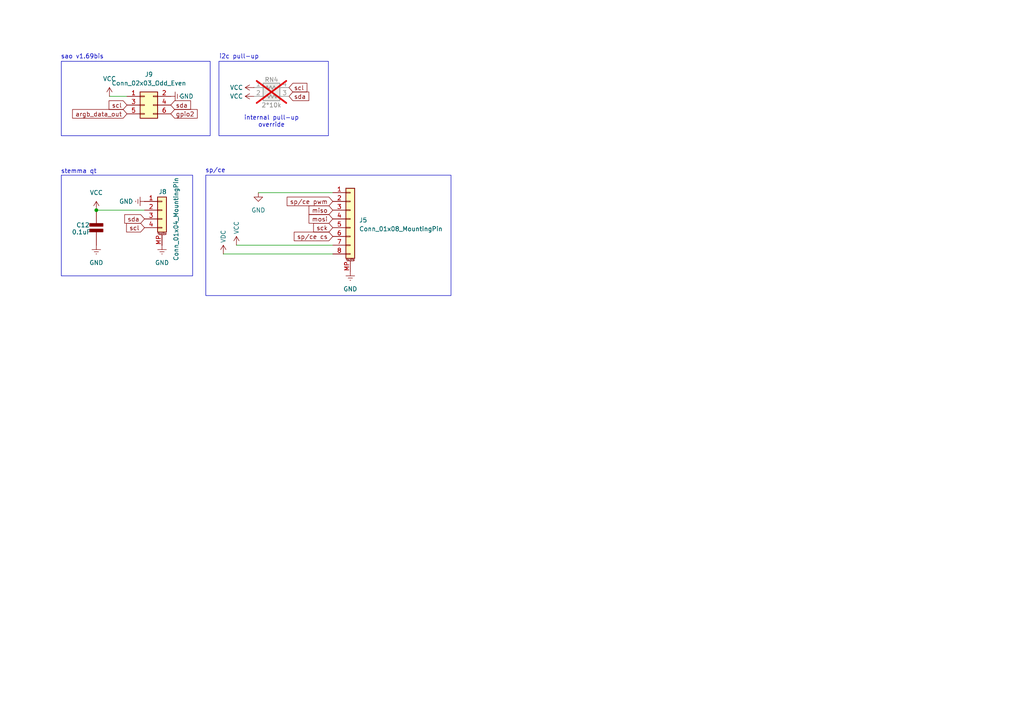
<source format=kicad_sch>
(kicad_sch (version 20250114) (generator "eeschema") (generator_version "9.0")
  (paper "A4")
  (lib_symbols
    (symbol "Connector_Generic:Conn_02x03_Odd_Even" (pin_names (offset 1.016) (hide yes))
      (property "Reference" "J" (at 1.27 5.08 0))
      (property "Value" "Conn_02x03_Odd_Even" (at 1.27 -5.08 0))
      (symbol "Conn_02x03_Odd_Even_1_1"
        (rectangle (start -1.27 3.81) (end 3.81 -3.81) (stroke (width 0.254)) (fill (type background)))
        (rectangle (start -1.27 2.667) (end 0 2.413) (stroke (width 0.1524)))
        (rectangle (start -1.27 0.127) (end 0 -0.127) (stroke (width 0.1524)))
        (rectangle (start -1.27 -2.413) (end 0 -2.667) (stroke (width 0.1524)))
        (rectangle (start 3.81 2.667) (end 2.54 2.413) (stroke (width 0.1524)))
        (rectangle (start 3.81 0.127) (end 2.54 -0.127) (stroke (width 0.1524)))
        (rectangle (start 3.81 -2.413) (end 2.54 -2.667) (stroke (width 0.1524)))
        (pin passive line (at -5.08 2.54 0) (length 3.81) (name "Pin_1") (number "1"))
        (pin passive line (at -5.08 0 0) (length 3.81) (name "Pin_3") (number "3"))
        (pin passive line (at -5.08 -2.54 0) (length 3.81) (name "Pin_5") (number "5"))
        (pin passive line (at 7.62 2.54 180) (length 3.81) (name "Pin_2") (number "2"))
        (pin passive line (at 7.62 0 180) (length 3.81) (name "Pin_4") (number "4"))
        (pin passive line (at 7.62 -2.54 180) (length 3.81) (name "Pin_6") (number "6"))
      )
    )
    (symbol "Connector_Generic_MountingPin:Conn_01x04_MountingPin" (pin_names (offset 1.016) (hide yes))
      (property "Reference" "J" (at 0 5.08 0))
      (property "Value" "Conn_01x04_MountingPin" (at 1.27 -7.62 0))
      (symbol "Conn_01x04_MountingPin_1_1"
        (rectangle (start -1.27 3.81) (end 1.27 -6.35) (stroke (width 0.254)) (fill (type background)))
        (rectangle (start -1.27 2.667) (end 0 2.413) (stroke (width 0.1524)))
        (rectangle (start -1.27 0.127) (end 0 -0.127) (stroke (width 0.1524)))
        (rectangle (start -1.27 -2.413) (end 0 -2.667) (stroke (width 0.1524)))
        (rectangle (start -1.27 -4.953) (end 0 -5.207) (stroke (width 0.1524)))
        (polyline (pts (xy -1.016 -7.112) (xy 1.016 -7.112)) (stroke (width 0.1524)))
        (text "Mounting" (at 0 -6.731 0) (effects (font (size 0.381 0.381))))
        (pin passive line (at -5.08 2.54 0) (length 3.81) (name "Pin_1") (number "1"))
        (pin passive line (at -5.08 0 0) (length 3.81) (name "Pin_2") (number "2"))
        (pin passive line (at -5.08 -2.54 0) (length 3.81) (name "Pin_3") (number "3"))
        (pin passive line (at -5.08 -5.08 0) (length 3.81) (name "Pin_4") (number "4"))
        (pin passive line (at 0 -10.16 90) (length 3.048) (name "MountPin") (number "MP"))
      )
    )
    (symbol "Connector_Generic_MountingPin:Conn_01x08_MountingPin" (pin_names (offset 1.016) (hide yes))
      (property "Reference" "J" (at 0 10.16 0))
      (property "Value" "Conn_01x08_MountingPin" (at 1.27 -12.7 0))
      (symbol "Conn_01x08_MountingPin_1_1"
        (rectangle (start -1.27 8.89) (end 1.27 -11.43) (stroke (width 0.254)) (fill (type background)))
        (rectangle (start -1.27 7.747) (end 0 7.493) (stroke (width 0.1524)))
        (rectangle (start -1.27 5.207) (end 0 4.953) (stroke (width 0.1524)))
        (rectangle (start -1.27 2.667) (end 0 2.413) (stroke (width 0.1524)))
        (rectangle (start -1.27 0.127) (end 0 -0.127) (stroke (width 0.1524)))
        (rectangle (start -1.27 -2.413) (end 0 -2.667) (stroke (width 0.1524)))
        (rectangle (start -1.27 -4.953) (end 0 -5.207) (stroke (width 0.1524)))
        (rectangle (start -1.27 -7.493) (end 0 -7.747) (stroke (width 0.1524)))
        (rectangle (start -1.27 -10.033) (end 0 -10.287) (stroke (width 0.1524)))
        (polyline (pts (xy -1.016 -12.192) (xy 1.016 -12.192)) (stroke (width 0.1524)))
        (text "Mounting" (at 0 -11.811 0) (effects (font (size 0.381 0.381))))
        (pin passive line (at -5.08 7.62 0) (length 3.81) (name "Pin_1") (number "1"))
        (pin passive line (at -5.08 5.08 0) (length 3.81) (name "Pin_2") (number "2"))
        (pin passive line (at -5.08 2.54 0) (length 3.81) (name "Pin_3") (number "3"))
        (pin passive line (at -5.08 0 0) (length 3.81) (name "Pin_4") (number "4"))
        (pin passive line (at -5.08 -2.54 0) (length 3.81) (name "Pin_5") (number "5"))
        (pin passive line (at -5.08 -5.08 0) (length 3.81) (name "Pin_6") (number "6"))
        (pin passive line (at -5.08 -7.62 0) (length 3.81) (name "Pin_7") (number "7"))
        (pin passive line (at -5.08 -10.16 0) (length 3.81) (name "Pin_8") (number "8"))
        (pin passive line (at 0 -15.24 90) (length 3.048) (name "MountPin") (number "MP"))
      )
    )
    (symbol "PCM_Elektuur:C" (pin_numbers (hide yes)) (pin_names (offset 0) (hide yes))
      (property "Reference" "C" (at 0.635 3.175 0))
      (property "Value" "C" (at 0.635 -3.175 0))
      (symbol "C_1_1"
        (rectangle (start -1.905 1.1938) (end 1.905 0.4318) (stroke (width 0.254)) (fill (type outline)))
        (rectangle (start -1.905 -0.4318) (end 1.905 -1.1938) (stroke (width 0.254)) (fill (type outline)))
        (pin passive line (at 0 5.08 270) (length 3.8862) (name "+") (number "1"))
        (pin passive line (at 0 -5.08 90) (length 3.8862) (name "-") (number "2"))
      )
      (symbol "C_1_2"
        (polyline (pts (xy -1.905 0.4318) (xy 1.905 0.4318) (xy 1.905 1.4986) (xy -1.905 1.4986) (xy -1.905 0.4318) (xy -1.8034 0.5334) (xy -1.8034 1.397) (xy 1.8034 1.397) (xy 1.8034 0.5334) (xy -1.8034 0.5334) (xy -1.905 0.4318)) (stroke (width 0.254)) (fill (type outline)))
        (polyline (pts (xy -1.905 -1.4986) (xy 1.905 -1.4986) (xy 1.905 -0.4318) (xy -1.905 -0.4318) (xy -1.905 -1.4986) (xy -1.8034 -1.397) (xy -1.8034 -0.5334) (xy 1.8034 -0.5334) (xy 1.8034 -1.397) (xy -1.8034 -1.397) (xy -1.905 -1.4986)) (stroke (width 0.254)) (fill (type outline)))
        (pin passive line (at 0 5.08 270) (length 3.5814) (name "+") (number "1"))
        (pin passive line (at 0 -5.08 90) (length 3.5814) (name "-") (number "2"))
      )
    )
    (symbol "PCM_Resistor_US_AKL:R_2x0402_Convex" (pin_names (offset 0.002) (hide yes))
      (property "Reference" "RN" (at 2.54 1.27 0))
      (property "Value" "R_2x0402_Convex" (at 2.54 -1.27 0))
      (symbol "R_2x0402_Convex_0_1"
        (rectangle (start -3.81 -2.413) (end 1.27 2.413) (stroke (width 0.254)) (fill (type background)))
        (polyline (pts (xy -2.54 1.778) (xy -2.54 2.54)))
        (polyline (pts (xy -2.54 1.778) (xy -2.54 1.524) (xy -2.032 1.27) (xy -3.048 0.762) (xy -2.032 0.254) (xy -3.048 -0.254) (xy -2.032 -0.762) (xy -3.048 -1.27) (xy -2.54 -1.524) (xy -2.54 -1.778)) (stroke (width 0.254)))
        (polyline (pts (xy -2.54 -2.54) (xy -2.54 -1.778)))
        (polyline (pts (xy 0 1.778) (xy 0 2.54)))
        (polyline (pts (xy 0 1.778) (xy 0 1.524) (xy 0.508 1.27) (xy -0.508 0.762) (xy 0.508 0.254) (xy -0.508 -0.254) (xy 0.508 -0.762) (xy -0.508 -1.27) (xy 0 -1.524) (xy 0 -1.778)) (stroke (width 0.254)))
        (polyline (pts (xy 0 -2.54) (xy 0 -1.778)))
      )
      (symbol "R_2x0402_Convex_1_1"
        (pin passive line (at -2.54 5.08 270) (length 2.54) (name "R1.2") (number "4"))
        (pin passive line (at -2.54 -5.08 90) (length 2.54) (name "R1.1") (number "1"))
        (pin passive line (at 0 5.08 270) (length 2.54) (name "R2.2") (number "3"))
        (pin passive line (at 0 -5.08 90) (length 2.54) (name "R2.1") (number "2"))
      )
    )
    (symbol "power:Earth" (power) (pin_numbers (hide yes)) (pin_names (offset 0) (hide yes))
      (property "Value" "Earth" (at 0 -3.81 0))
      (symbol "Earth_0_1"
        (polyline (pts (xy -0.635 -1.905) (xy 0.635 -1.905)))
        (polyline (pts (xy -0.127 -2.54) (xy 0.127 -2.54)))
        (polyline (pts (xy 0 -1.27) (xy 0 0)))
        (polyline (pts (xy 1.27 -1.27) (xy -1.27 -1.27)))
      )
      (symbol "Earth_1_1"
        (pin power_in line (at 0 0 270) (length 0) (name "~") (number "1"))
      )
    )
    (symbol "power:GND" (power) (pin_numbers (hide yes)) (pin_names (offset 0) (hide yes))
      (property "Value" "GND" (at 0 -3.81 0))
      (symbol "GND_0_1"
        (polyline (pts (xy 0 0) (xy 0 -1.27) (xy 1.27 -1.27) (xy 0 -2.54) (xy -1.27 -1.27) (xy 0 -1.27)))
      )
      (symbol "GND_1_1"
        (pin power_in line (at 0 0 270) (length 0) (name "~") (number "1"))
      )
    )
    (symbol "power:VCC" (power) (pin_numbers (hide yes)) (pin_names (offset 0) (hide yes))
      (property "Value" "VCC" (at 0 3.556 0))
      (symbol "VCC_0_1"
        (polyline (pts (xy -0.762 1.27) (xy 0 2.54)))
        (polyline (pts (xy 0 2.54) (xy 0.762 1.27)))
        (polyline (pts (xy 0 0) (xy 0 2.54)))
      )
      (symbol "VCC_1_1"
        (pin power_in line (at 0 0 90) (length 0) (name "~") (number "1"))
      )
    )
    (symbol "power:VDC" (power) (pin_numbers (hide yes)) (pin_names (offset 0) (hide yes))
      (property "Value" "VDC" (at 0 3.556 0))
      (symbol "VDC_0_1"
        (polyline (pts (xy -0.762 1.27) (xy 0 2.54)))
        (polyline (pts (xy 0 2.54) (xy 0.762 1.27)))
        (polyline (pts (xy 0 0) (xy 0 2.54)))
      )
      (symbol "VDC_1_1"
        (pin power_in line (at 0 0 90) (length 0) (name "~") (number "1"))
      )
    )
  )
  (rectangle (start 59.69 50.8) (end 130.81 85.725))
  (rectangle (start 63.5 17.78) (end 95.25 39.37))
  (rectangle (start 17.78 50.8) (end 55.88 80.01))
  (rectangle (start 17.78 17.78) (end 60.96 39.37))
  (text "sao v1.69bis" (at 23.876 16.51 0) (effects (font (size 1.27 1.27))))
  (text "stemma qt" (at 22.86 49.784 0) (effects (font (size 1.27 1.27))))
  (text "sp/ce" (at 62.484 49.53 0) (effects (font (size 1.27 1.27))))
  (text "internal pull-up\noverride" (at 78.74 35.306 0) (effects (font (size 1.27 1.27))))
  (text "i2c pull-up" (at 69.342 16.51 0) (effects (font (size 1.27 1.27))))
  (junction (at 27.94 60.96))
  (wire (pts (xy 27.94 60.96) (xy 41.91 60.96)))
  (wire (pts (xy 68.58 71.12) (xy 96.52 71.12)))
  (wire (pts (xy 64.77 73.66) (xy 96.52 73.66)))
  (wire (pts (xy 74.93 55.88) (xy 96.52 55.88)))
  (wire (pts (xy 31.75 27.94) (xy 36.83 27.94)))
  (global_label "sp{slash}ce cs" (shape input) (at 96.52 68.58 180) (property "Intersheetrefs" "${INTERSHEET_REFS}" (effects (hide yes))))
  (global_label "sda" (shape input) (at 41.91 63.5 180) (property "Intersheetrefs" "${INTERSHEET_REFS}" (effects (hide yes))))
  (global_label "argb_data_out" (shape input) (at 36.83 33.02 180) (property "Intersheetrefs" "${INTERSHEET_REFS}" (effects (hide yes))))
  (global_label "miso" (shape input) (at 96.52 60.96 180) (property "Intersheetrefs" "${INTERSHEET_REFS}" (effects (hide yes))))
  (global_label "sda" (shape input) (at 83.82 27.94 0) (property "Intersheetrefs" "${INTERSHEET_REFS}" (effects (hide yes))))
  (global_label "mosi" (shape input) (at 96.52 63.5 180) (property "Intersheetrefs" "${INTERSHEET_REFS}" (effects (hide yes))))
  (global_label "scl" (shape input) (at 83.82 25.4 0) (property "Intersheetrefs" "${INTERSHEET_REFS}" (effects (hide yes))))
  (global_label "scl" (shape input) (at 36.83 30.48 180) (property "Intersheetrefs" "${INTERSHEET_REFS}" (effects (hide yes))))
  (global_label "sck" (shape input) (at 96.52 66.04 180) (property "Intersheetrefs" "${INTERSHEET_REFS}" (effects (hide yes))))
  (global_label "sp{slash}ce pwm" (shape input) (at 96.52 58.42 180) (property "Intersheetrefs" "${INTERSHEET_REFS}" (effects (hide yes))))
  (global_label "gpio2" (shape input) (at 49.53 33.02 0) (property "Intersheetrefs" "${INTERSHEET_REFS}" (effects (hide yes))))
  (global_label "sda" (shape input) (at 49.53 30.48 0) (property "Intersheetrefs" "${INTERSHEET_REFS}" (effects (hide yes))))
  (global_label "scl" (shape input) (at 41.91 66.04 180) (property "Intersheetrefs" "${INTERSHEET_REFS}" (effects (hide yes))))
  (symbol (lib_id "power:Earth") (at 41.91 58.42 270) (unit 1)
    (property "Reference" "#PWR010" (effects (hide yes)))
    (property "Value" "GND" (at 36.576 58.42 90))
    (property "Description" "Power symbol creates a global label with name \"Earth\"" (effects (hide yes)))
  )
  (symbol (lib_id "power:Earth") (at 46.99 71.12 0) (unit 1)
    (property "Reference" "#PWR085" (effects (hide yes)))
    (property "Value" "GND" (at 46.99 76.2 0))
    (property "Description" "Power symbol creates a global label with name \"Earth\"" (effects (hide yes)))
  )
  (symbol (lib_id "power:GND") (at 74.93 55.88 0) (unit 1)
    (property "Reference" "#PWR09" (effects (hide yes)))
    (property "Value" "GND" (at 74.93 60.96 0))
    (property "Description" "Power symbol creates a global label with name \"GND\" , ground" (effects (hide yes)))
  )
  (symbol (lib_id "power:VCC") (at 27.94 60.96 0) (unit 1)
    (property "Reference" "#PWR051" (effects (hide yes)))
    (property "Value" "VCC" (at 27.94 55.88 0))
    (property "Description" "Power symbol creates a global label with name \"VCC\"" (effects (hide yes)))
  )
  (symbol (lib_id "Connector_Generic_MountingPin:Conn_01x04_MountingPin") (at 46.99 60.96 0) (unit 1)
    (property "Reference" "J8" (at 45.974 55.626 0) (effects (justify left)))
    (property "Value" "Conn_01x04_MountingPin" (at 51.054 75.692 90) (effects (justify left)))
    (property "Footprint" "Connector_JST:JST_SH_SM04B-SRSS-TB_1x04-1MP_P1.00mm_Horizontal" (effects (hide yes)))
    (property "Description" "Generic connectable mounting pin connector, single row, 01x04, script generated (kicad-library-utils/schlib/autogen/connector/)" (effects (hide yes)))
  )
  (symbol (lib_id "power:Earth") (at 27.94 71.12 0) (unit 1)
    (property "Reference" "#PWR055" (effects (hide yes)))
    (property "Value" "GND" (at 27.94 76.2 0))
    (property "Description" "Power symbol creates a global label with name \"Earth\"" (effects (hide yes)))
  )
  (symbol (lib_id "power:Earth") (at 101.6 78.74 0) (unit 1)
    (property "Reference" "#PWR080" (effects (hide yes)))
    (property "Value" "GND" (at 101.6 83.82 0))
    (property "Description" "Power symbol creates a global label with name \"Earth\"" (effects (hide yes)))
  )
  (symbol (lib_id "Connector_Generic:Conn_02x03_Odd_Even") (at 41.91 30.48 0) (unit 1)
    (property "Reference" "J9" (at 43.18 21.59 0))
    (property "Value" "Conn_02x03_Odd_Even" (at 43.18 24.13 0))
    (property "Footprint" "Connector_PinSocket_2.54mm:PinSocket_2x03_P2.54mm_Vertical_SMD" (effects (hide yes)))
    (property "Description" "Generic connector, double row, 02x03, odd/even pin numbering scheme (row 1 odd numbers, row 2 even numbers), script generated (kicad-library-utils/schlib/autogen/connector/)" (effects (hide yes)))
  )
  (symbol (lib_id "power:VCC") (at 73.66 27.94 90) (unit 1)
    (property "Reference" "#PWR089" (effects (hide yes)))
    (property "Value" "VCC" (at 68.58 27.94 90))
    (property "Description" "Power symbol creates a global label with name \"VCC\"" (effects (hide yes)))
  )
  (symbol (lib_id "PCM_Elektuur:C") (at 27.94 66.04 0) (unit 1)
    (property "Reference" "C12" (at 22.098 65.278 0) (effects (justify left)))
    (property "Value" "0.1uF" (at 20.828 67.31 0) (effects (justify left)))
    (property "Footprint" "Capacitor_SMD:C_0603_1608Metric" (effects (hide yes)))
    (property "Description" "capacitor, non-polarized/bipolar" (effects (hide yes)))
    (property "Indicator" "+" (effects (hide yes)))
    (property "Rating" "V" (effects (hide yes)))
  )
  (symbol (lib_id "power:VCC") (at 68.58 71.12 0) (unit 1)
    (property "Reference" "#PWR040" (effects (hide yes)))
    (property "Value" "VCC" (at 68.58 66.04 90))
    (property "Description" "Power symbol creates a global label with name \"VCC\"" (effects (hide yes)))
  )
  (symbol (lib_id "Connector_Generic_MountingPin:Conn_01x08_MountingPin") (at 101.6 63.5 0) (unit 1)
    (property "Reference" "J5" (at 104.14 63.8555 0) (effects (justify left)))
    (property "Value" "Conn_01x08_MountingPin" (at 104.14 66.3955 0) (effects (justify left)))
    (property "Footprint" "Connector_JST:JST_SH_SM08B-SRSS-TB_1x08-1MP_P1.00mm_Horizontal" (effects (hide yes)))
    (property "Description" "Generic connectable mounting pin connector, single row, 01x08, script generated (kicad-library-utils/schlib/autogen/connector/)" (effects (hide yes)))
  )
  (symbol (lib_id "power:VCC") (at 31.75 27.94 0) (unit 1)
    (property "Reference" "#PWR03" (effects (hide yes)))
    (property "Value" "VCC" (at 31.75 22.86 0))
    (property "Description" "Power symbol creates a global label with name \"VCC\"" (effects (hide yes)))
  )
  (symbol (lib_id "PCM_Resistor_US_AKL:R_2x0402_Convex") (at 78.74 27.94 270) (unit 1) (dnp yes)
    (property "Reference" "RN4" (at 78.74 23.114 90))
    (property "Value" "2*10k" (at 78.74 30.48 90))
    (property "Footprint" "PCM_Resistor_SMD_AKL:R_Array_Convex_2x0402" (effects (hide yes)))
    (property "Description" "2x0402 SMD Resistor Network, Isolated, US Symbol, Alternate KiCad Library" (effects (hide yes)))
  )
  (symbol (lib_id "power:VDC") (at 64.77 73.66 0) (unit 1)
    (property "Reference" "#PWR0108" (effects (hide yes)))
    (property "Value" "VDC" (at 64.77 68.58 90))
    (property "Description" "Power symbol creates a global label with name \"VDC\"" (effects (hide yes)))
  )
  (symbol (lib_id "power:VCC") (at 73.66 25.4 90) (unit 1)
    (property "Reference" "#PWR061" (effects (hide yes)))
    (property "Value" "VCC" (at 68.58 25.4 90))
    (property "Description" "Power symbol creates a global label with name \"VCC\"" (effects (hide yes)))
  )
  (symbol (lib_id "power:Earth") (at 49.53 27.94 90) (unit 1)
    (property "Reference" "#PWR08" (effects (hide yes)))
    (property "Value" "GND" (at 56.134 27.94 90) (effects (justify left)))
    (property "Description" "Power symbol creates a global label with name \"Earth\"" (effects (hide yes)))
  )
)
</source>
